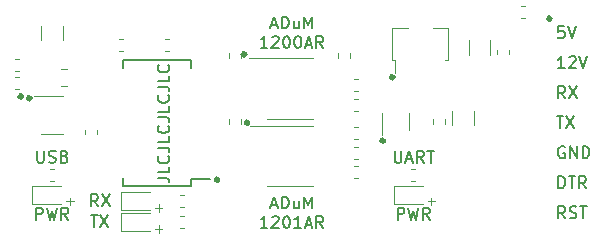
<source format=gbr>
G04 #@! TF.GenerationSoftware,KiCad,Pcbnew,(5.1.7)-1*
G04 #@! TF.CreationDate,2020-10-20T19:41:26+02:00*
G04 #@! TF.ProjectId,EQMOD_DIRECT_Isolated,45514d4f-445f-4444-9952-4543545f4973,rev?*
G04 #@! TF.SameCoordinates,Original*
G04 #@! TF.FileFunction,Legend,Top*
G04 #@! TF.FilePolarity,Positive*
%FSLAX46Y46*%
G04 Gerber Fmt 4.6, Leading zero omitted, Abs format (unit mm)*
G04 Created by KiCad (PCBNEW (5.1.7)-1) date 2020-10-20 19:41:26*
%MOMM*%
%LPD*%
G01*
G04 APERTURE LIST*
%ADD10C,0.150000*%
%ADD11C,0.100000*%
%ADD12C,0.400000*%
%ADD13C,0.120000*%
G04 APERTURE END LIST*
D10*
X122698095Y-107291666D02*
X123174285Y-107291666D01*
X122602857Y-107577380D02*
X122936190Y-106577380D01*
X123269523Y-107577380D01*
X123602857Y-107577380D02*
X123602857Y-106577380D01*
X123840952Y-106577380D01*
X123983809Y-106625000D01*
X124079047Y-106720238D01*
X124126666Y-106815476D01*
X124174285Y-107005952D01*
X124174285Y-107148809D01*
X124126666Y-107339285D01*
X124079047Y-107434523D01*
X123983809Y-107529761D01*
X123840952Y-107577380D01*
X123602857Y-107577380D01*
X125031428Y-106910714D02*
X125031428Y-107577380D01*
X124602857Y-106910714D02*
X124602857Y-107434523D01*
X124650476Y-107529761D01*
X124745714Y-107577380D01*
X124888571Y-107577380D01*
X124983809Y-107529761D01*
X125031428Y-107482142D01*
X125507619Y-107577380D02*
X125507619Y-106577380D01*
X125840952Y-107291666D01*
X126174285Y-106577380D01*
X126174285Y-107577380D01*
X122388571Y-109227380D02*
X121817142Y-109227380D01*
X122102857Y-109227380D02*
X122102857Y-108227380D01*
X122007619Y-108370238D01*
X121912380Y-108465476D01*
X121817142Y-108513095D01*
X122769523Y-108322619D02*
X122817142Y-108275000D01*
X122912380Y-108227380D01*
X123150476Y-108227380D01*
X123245714Y-108275000D01*
X123293333Y-108322619D01*
X123340952Y-108417857D01*
X123340952Y-108513095D01*
X123293333Y-108655952D01*
X122721904Y-109227380D01*
X123340952Y-109227380D01*
X123960000Y-108227380D02*
X124055238Y-108227380D01*
X124150476Y-108275000D01*
X124198095Y-108322619D01*
X124245714Y-108417857D01*
X124293333Y-108608333D01*
X124293333Y-108846428D01*
X124245714Y-109036904D01*
X124198095Y-109132142D01*
X124150476Y-109179761D01*
X124055238Y-109227380D01*
X123960000Y-109227380D01*
X123864761Y-109179761D01*
X123817142Y-109132142D01*
X123769523Y-109036904D01*
X123721904Y-108846428D01*
X123721904Y-108608333D01*
X123769523Y-108417857D01*
X123817142Y-108322619D01*
X123864761Y-108275000D01*
X123960000Y-108227380D01*
X125245714Y-109227380D02*
X124674285Y-109227380D01*
X124960000Y-109227380D02*
X124960000Y-108227380D01*
X124864761Y-108370238D01*
X124769523Y-108465476D01*
X124674285Y-108513095D01*
X125626666Y-108941666D02*
X126102857Y-108941666D01*
X125531428Y-109227380D02*
X125864761Y-108227380D01*
X126198095Y-109227380D01*
X127102857Y-109227380D02*
X126769523Y-108751190D01*
X126531428Y-109227380D02*
X126531428Y-108227380D01*
X126912380Y-108227380D01*
X127007619Y-108275000D01*
X127055238Y-108322619D01*
X127102857Y-108417857D01*
X127102857Y-108560714D01*
X127055238Y-108655952D01*
X127007619Y-108703571D01*
X126912380Y-108751190D01*
X126531428Y-108751190D01*
X122698095Y-92051666D02*
X123174285Y-92051666D01*
X122602857Y-92337380D02*
X122936190Y-91337380D01*
X123269523Y-92337380D01*
X123602857Y-92337380D02*
X123602857Y-91337380D01*
X123840952Y-91337380D01*
X123983809Y-91385000D01*
X124079047Y-91480238D01*
X124126666Y-91575476D01*
X124174285Y-91765952D01*
X124174285Y-91908809D01*
X124126666Y-92099285D01*
X124079047Y-92194523D01*
X123983809Y-92289761D01*
X123840952Y-92337380D01*
X123602857Y-92337380D01*
X125031428Y-91670714D02*
X125031428Y-92337380D01*
X124602857Y-91670714D02*
X124602857Y-92194523D01*
X124650476Y-92289761D01*
X124745714Y-92337380D01*
X124888571Y-92337380D01*
X124983809Y-92289761D01*
X125031428Y-92242142D01*
X125507619Y-92337380D02*
X125507619Y-91337380D01*
X125840952Y-92051666D01*
X126174285Y-91337380D01*
X126174285Y-92337380D01*
X122388571Y-93987380D02*
X121817142Y-93987380D01*
X122102857Y-93987380D02*
X122102857Y-92987380D01*
X122007619Y-93130238D01*
X121912380Y-93225476D01*
X121817142Y-93273095D01*
X122769523Y-93082619D02*
X122817142Y-93035000D01*
X122912380Y-92987380D01*
X123150476Y-92987380D01*
X123245714Y-93035000D01*
X123293333Y-93082619D01*
X123340952Y-93177857D01*
X123340952Y-93273095D01*
X123293333Y-93415952D01*
X122721904Y-93987380D01*
X123340952Y-93987380D01*
X123960000Y-92987380D02*
X124055238Y-92987380D01*
X124150476Y-93035000D01*
X124198095Y-93082619D01*
X124245714Y-93177857D01*
X124293333Y-93368333D01*
X124293333Y-93606428D01*
X124245714Y-93796904D01*
X124198095Y-93892142D01*
X124150476Y-93939761D01*
X124055238Y-93987380D01*
X123960000Y-93987380D01*
X123864761Y-93939761D01*
X123817142Y-93892142D01*
X123769523Y-93796904D01*
X123721904Y-93606428D01*
X123721904Y-93368333D01*
X123769523Y-93177857D01*
X123817142Y-93082619D01*
X123864761Y-93035000D01*
X123960000Y-92987380D01*
X124912380Y-92987380D02*
X125007619Y-92987380D01*
X125102857Y-93035000D01*
X125150476Y-93082619D01*
X125198095Y-93177857D01*
X125245714Y-93368333D01*
X125245714Y-93606428D01*
X125198095Y-93796904D01*
X125150476Y-93892142D01*
X125102857Y-93939761D01*
X125007619Y-93987380D01*
X124912380Y-93987380D01*
X124817142Y-93939761D01*
X124769523Y-93892142D01*
X124721904Y-93796904D01*
X124674285Y-93606428D01*
X124674285Y-93368333D01*
X124721904Y-93177857D01*
X124769523Y-93082619D01*
X124817142Y-93035000D01*
X124912380Y-92987380D01*
X125626666Y-93701666D02*
X126102857Y-93701666D01*
X125531428Y-93987380D02*
X125864761Y-92987380D01*
X126198095Y-93987380D01*
X127102857Y-93987380D02*
X126769523Y-93511190D01*
X126531428Y-93987380D02*
X126531428Y-92987380D01*
X126912380Y-92987380D01*
X127007619Y-93035000D01*
X127055238Y-93082619D01*
X127102857Y-93177857D01*
X127102857Y-93320714D01*
X127055238Y-93415952D01*
X127007619Y-93463571D01*
X126912380Y-93511190D01*
X126531428Y-93511190D01*
X102806666Y-108529380D02*
X102806666Y-107529380D01*
X103187619Y-107529380D01*
X103282857Y-107577000D01*
X103330476Y-107624619D01*
X103378095Y-107719857D01*
X103378095Y-107862714D01*
X103330476Y-107957952D01*
X103282857Y-108005571D01*
X103187619Y-108053190D01*
X102806666Y-108053190D01*
X103711428Y-107529380D02*
X103949523Y-108529380D01*
X104140000Y-107815095D01*
X104330476Y-108529380D01*
X104568571Y-107529380D01*
X105520952Y-108529380D02*
X105187619Y-108053190D01*
X104949523Y-108529380D02*
X104949523Y-107529380D01*
X105330476Y-107529380D01*
X105425714Y-107577000D01*
X105473333Y-107624619D01*
X105520952Y-107719857D01*
X105520952Y-107862714D01*
X105473333Y-107957952D01*
X105425714Y-108005571D01*
X105330476Y-108053190D01*
X104949523Y-108053190D01*
D11*
X135966238Y-106991142D02*
X136575761Y-106991142D01*
X136271000Y-107295904D02*
X136271000Y-106686380D01*
X112877638Y-107549942D02*
X113487161Y-107549942D01*
X113182400Y-107854704D02*
X113182400Y-107245180D01*
X112877638Y-109327942D02*
X113487161Y-109327942D01*
X113182400Y-109632704D02*
X113182400Y-109023180D01*
X105359238Y-106991142D02*
X105968761Y-106991142D01*
X105664000Y-107295904D02*
X105664000Y-106686380D01*
D12*
X146342100Y-91503500D02*
G75*
G03*
X146342100Y-91503500I-101600J0D01*
G01*
X132232400Y-101854000D02*
G75*
G03*
X132232400Y-101854000I-101600J0D01*
G01*
X120751600Y-100330000D02*
G75*
G03*
X120751600Y-100330000I-101600J0D01*
G01*
X133045200Y-96469200D02*
G75*
G03*
X133045200Y-96469200I-101600J0D01*
G01*
X120497600Y-94538800D02*
G75*
G03*
X120497600Y-94538800I-101600J0D01*
G01*
X102311200Y-98247200D02*
G75*
G03*
X102311200Y-98247200I-101600J0D01*
G01*
X101600000Y-98094800D02*
G75*
G03*
X101600000Y-98094800I-101600J0D01*
G01*
X118211600Y-105156000D02*
G75*
G03*
X118211600Y-105156000I-101600J0D01*
G01*
D10*
X147592023Y-108402380D02*
X147258690Y-107926190D01*
X147020595Y-108402380D02*
X147020595Y-107402380D01*
X147401547Y-107402380D01*
X147496785Y-107450000D01*
X147544404Y-107497619D01*
X147592023Y-107592857D01*
X147592023Y-107735714D01*
X147544404Y-107830952D01*
X147496785Y-107878571D01*
X147401547Y-107926190D01*
X147020595Y-107926190D01*
X147972976Y-108354761D02*
X148115833Y-108402380D01*
X148353928Y-108402380D01*
X148449166Y-108354761D01*
X148496785Y-108307142D01*
X148544404Y-108211904D01*
X148544404Y-108116666D01*
X148496785Y-108021428D01*
X148449166Y-107973809D01*
X148353928Y-107926190D01*
X148163452Y-107878571D01*
X148068214Y-107830952D01*
X148020595Y-107783333D01*
X147972976Y-107688095D01*
X147972976Y-107592857D01*
X148020595Y-107497619D01*
X148068214Y-107450000D01*
X148163452Y-107402380D01*
X148401547Y-107402380D01*
X148544404Y-107450000D01*
X148830119Y-107402380D02*
X149401547Y-107402380D01*
X149115833Y-108402380D02*
X149115833Y-107402380D01*
X147020595Y-105862380D02*
X147020595Y-104862380D01*
X147258690Y-104862380D01*
X147401547Y-104910000D01*
X147496785Y-105005238D01*
X147544404Y-105100476D01*
X147592023Y-105290952D01*
X147592023Y-105433809D01*
X147544404Y-105624285D01*
X147496785Y-105719523D01*
X147401547Y-105814761D01*
X147258690Y-105862380D01*
X147020595Y-105862380D01*
X147877738Y-104862380D02*
X148449166Y-104862380D01*
X148163452Y-105862380D02*
X148163452Y-104862380D01*
X149353928Y-105862380D02*
X149020595Y-105386190D01*
X148782500Y-105862380D02*
X148782500Y-104862380D01*
X149163452Y-104862380D01*
X149258690Y-104910000D01*
X149306309Y-104957619D01*
X149353928Y-105052857D01*
X149353928Y-105195714D01*
X149306309Y-105290952D01*
X149258690Y-105338571D01*
X149163452Y-105386190D01*
X148782500Y-105386190D01*
X147544404Y-102370000D02*
X147449166Y-102322380D01*
X147306309Y-102322380D01*
X147163452Y-102370000D01*
X147068214Y-102465238D01*
X147020595Y-102560476D01*
X146972976Y-102750952D01*
X146972976Y-102893809D01*
X147020595Y-103084285D01*
X147068214Y-103179523D01*
X147163452Y-103274761D01*
X147306309Y-103322380D01*
X147401547Y-103322380D01*
X147544404Y-103274761D01*
X147592023Y-103227142D01*
X147592023Y-102893809D01*
X147401547Y-102893809D01*
X148020595Y-103322380D02*
X148020595Y-102322380D01*
X148592023Y-103322380D01*
X148592023Y-102322380D01*
X149068214Y-103322380D02*
X149068214Y-102322380D01*
X149306309Y-102322380D01*
X149449166Y-102370000D01*
X149544404Y-102465238D01*
X149592023Y-102560476D01*
X149639642Y-102750952D01*
X149639642Y-102893809D01*
X149592023Y-103084285D01*
X149544404Y-103179523D01*
X149449166Y-103274761D01*
X149306309Y-103322380D01*
X149068214Y-103322380D01*
X146877738Y-99782380D02*
X147449166Y-99782380D01*
X147163452Y-100782380D02*
X147163452Y-99782380D01*
X147687261Y-99782380D02*
X148353928Y-100782380D01*
X148353928Y-99782380D02*
X147687261Y-100782380D01*
X147592023Y-98242380D02*
X147258690Y-97766190D01*
X147020595Y-98242380D02*
X147020595Y-97242380D01*
X147401547Y-97242380D01*
X147496785Y-97290000D01*
X147544404Y-97337619D01*
X147592023Y-97432857D01*
X147592023Y-97575714D01*
X147544404Y-97670952D01*
X147496785Y-97718571D01*
X147401547Y-97766190D01*
X147020595Y-97766190D01*
X147925357Y-97242380D02*
X148592023Y-98242380D01*
X148592023Y-97242380D02*
X147925357Y-98242380D01*
X147544404Y-95702380D02*
X146972976Y-95702380D01*
X147258690Y-95702380D02*
X147258690Y-94702380D01*
X147163452Y-94845238D01*
X147068214Y-94940476D01*
X146972976Y-94988095D01*
X147925357Y-94797619D02*
X147972976Y-94750000D01*
X148068214Y-94702380D01*
X148306309Y-94702380D01*
X148401547Y-94750000D01*
X148449166Y-94797619D01*
X148496785Y-94892857D01*
X148496785Y-94988095D01*
X148449166Y-95130952D01*
X147877738Y-95702380D01*
X148496785Y-95702380D01*
X148782500Y-94702380D02*
X149115833Y-95702380D01*
X149449166Y-94702380D01*
X147496785Y-92162380D02*
X147020595Y-92162380D01*
X146972976Y-92638571D01*
X147020595Y-92590952D01*
X147115833Y-92543333D01*
X147353928Y-92543333D01*
X147449166Y-92590952D01*
X147496785Y-92638571D01*
X147544404Y-92733809D01*
X147544404Y-92971904D01*
X147496785Y-93067142D01*
X147449166Y-93114761D01*
X147353928Y-93162380D01*
X147115833Y-93162380D01*
X147020595Y-93114761D01*
X146972976Y-93067142D01*
X147830119Y-92162380D02*
X148163452Y-93162380D01*
X148496785Y-92162380D01*
X133413666Y-108529380D02*
X133413666Y-107529380D01*
X133794619Y-107529380D01*
X133889857Y-107577000D01*
X133937476Y-107624619D01*
X133985095Y-107719857D01*
X133985095Y-107862714D01*
X133937476Y-107957952D01*
X133889857Y-108005571D01*
X133794619Y-108053190D01*
X133413666Y-108053190D01*
X134318428Y-107529380D02*
X134556523Y-108529380D01*
X134747000Y-107815095D01*
X134937476Y-108529380D01*
X135175571Y-107529380D01*
X136127952Y-108529380D02*
X135794619Y-108053190D01*
X135556523Y-108529380D02*
X135556523Y-107529380D01*
X135937476Y-107529380D01*
X136032714Y-107577000D01*
X136080333Y-107624619D01*
X136127952Y-107719857D01*
X136127952Y-107862714D01*
X136080333Y-107957952D01*
X136032714Y-108005571D01*
X135937476Y-108053190D01*
X135556523Y-108053190D01*
X133151761Y-102703380D02*
X133151761Y-103512904D01*
X133199380Y-103608142D01*
X133247000Y-103655761D01*
X133342238Y-103703380D01*
X133532714Y-103703380D01*
X133627952Y-103655761D01*
X133675571Y-103608142D01*
X133723190Y-103512904D01*
X133723190Y-102703380D01*
X134151761Y-103417666D02*
X134627952Y-103417666D01*
X134056523Y-103703380D02*
X134389857Y-102703380D01*
X134723190Y-103703380D01*
X135627952Y-103703380D02*
X135294619Y-103227190D01*
X135056523Y-103703380D02*
X135056523Y-102703380D01*
X135437476Y-102703380D01*
X135532714Y-102751000D01*
X135580333Y-102798619D01*
X135627952Y-102893857D01*
X135627952Y-103036714D01*
X135580333Y-103131952D01*
X135532714Y-103179571D01*
X135437476Y-103227190D01*
X135056523Y-103227190D01*
X135913666Y-102703380D02*
X136485095Y-102703380D01*
X136199380Y-103703380D02*
X136199380Y-102703380D01*
X102878095Y-102703380D02*
X102878095Y-103512904D01*
X102925714Y-103608142D01*
X102973333Y-103655761D01*
X103068571Y-103703380D01*
X103259047Y-103703380D01*
X103354285Y-103655761D01*
X103401904Y-103608142D01*
X103449523Y-103512904D01*
X103449523Y-102703380D01*
X103878095Y-103655761D02*
X104020952Y-103703380D01*
X104259047Y-103703380D01*
X104354285Y-103655761D01*
X104401904Y-103608142D01*
X104449523Y-103512904D01*
X104449523Y-103417666D01*
X104401904Y-103322428D01*
X104354285Y-103274809D01*
X104259047Y-103227190D01*
X104068571Y-103179571D01*
X103973333Y-103131952D01*
X103925714Y-103084333D01*
X103878095Y-102989095D01*
X103878095Y-102893857D01*
X103925714Y-102798619D01*
X103973333Y-102751000D01*
X104068571Y-102703380D01*
X104306666Y-102703380D01*
X104449523Y-102751000D01*
X105211428Y-103179571D02*
X105354285Y-103227190D01*
X105401904Y-103274809D01*
X105449523Y-103370047D01*
X105449523Y-103512904D01*
X105401904Y-103608142D01*
X105354285Y-103655761D01*
X105259047Y-103703380D01*
X104878095Y-103703380D01*
X104878095Y-102703380D01*
X105211428Y-102703380D01*
X105306666Y-102751000D01*
X105354285Y-102798619D01*
X105401904Y-102893857D01*
X105401904Y-102989095D01*
X105354285Y-103084333D01*
X105306666Y-103131952D01*
X105211428Y-103179571D01*
X104878095Y-103179571D01*
X108037333Y-107386380D02*
X107704000Y-106910190D01*
X107465904Y-107386380D02*
X107465904Y-106386380D01*
X107846857Y-106386380D01*
X107942095Y-106434000D01*
X107989714Y-106481619D01*
X108037333Y-106576857D01*
X108037333Y-106719714D01*
X107989714Y-106814952D01*
X107942095Y-106862571D01*
X107846857Y-106910190D01*
X107465904Y-106910190D01*
X108370666Y-106386380D02*
X109037333Y-107386380D01*
X109037333Y-106386380D02*
X108370666Y-107386380D01*
X107442095Y-108164380D02*
X108013523Y-108164380D01*
X107727809Y-109164380D02*
X107727809Y-108164380D01*
X108251619Y-108164380D02*
X108918285Y-109164380D01*
X108918285Y-108164380D02*
X108251619Y-109164380D01*
X113091980Y-104999847D02*
X113806266Y-104999847D01*
X113949123Y-105047466D01*
X114044361Y-105142704D01*
X114091980Y-105285561D01*
X114091980Y-105380800D01*
X114091980Y-104047466D02*
X114091980Y-104523657D01*
X113091980Y-104523657D01*
X113996742Y-103142704D02*
X114044361Y-103190323D01*
X114091980Y-103333180D01*
X114091980Y-103428419D01*
X114044361Y-103571276D01*
X113949123Y-103666514D01*
X113853885Y-103714133D01*
X113663409Y-103761752D01*
X113520552Y-103761752D01*
X113330076Y-103714133D01*
X113234838Y-103666514D01*
X113139600Y-103571276D01*
X113091980Y-103428419D01*
X113091980Y-103333180D01*
X113139600Y-103190323D01*
X113187219Y-103142704D01*
X113091980Y-102428419D02*
X113806266Y-102428419D01*
X113949123Y-102476038D01*
X114044361Y-102571276D01*
X114091980Y-102714133D01*
X114091980Y-102809371D01*
X114091980Y-101476038D02*
X114091980Y-101952228D01*
X113091980Y-101952228D01*
X113996742Y-100571276D02*
X114044361Y-100618895D01*
X114091980Y-100761752D01*
X114091980Y-100856990D01*
X114044361Y-100999847D01*
X113949123Y-101095085D01*
X113853885Y-101142704D01*
X113663409Y-101190323D01*
X113520552Y-101190323D01*
X113330076Y-101142704D01*
X113234838Y-101095085D01*
X113139600Y-100999847D01*
X113091980Y-100856990D01*
X113091980Y-100761752D01*
X113139600Y-100618895D01*
X113187219Y-100571276D01*
X113091980Y-99856990D02*
X113806266Y-99856990D01*
X113949123Y-99904609D01*
X114044361Y-99999847D01*
X114091980Y-100142704D01*
X114091980Y-100237942D01*
X114091980Y-98904609D02*
X114091980Y-99380800D01*
X113091980Y-99380800D01*
X113996742Y-97999847D02*
X114044361Y-98047466D01*
X114091980Y-98190323D01*
X114091980Y-98285561D01*
X114044361Y-98428419D01*
X113949123Y-98523657D01*
X113853885Y-98571276D01*
X113663409Y-98618895D01*
X113520552Y-98618895D01*
X113330076Y-98571276D01*
X113234838Y-98523657D01*
X113139600Y-98428419D01*
X113091980Y-98285561D01*
X113091980Y-98190323D01*
X113139600Y-98047466D01*
X113187219Y-97999847D01*
X113091980Y-97285561D02*
X113806266Y-97285561D01*
X113949123Y-97333180D01*
X114044361Y-97428419D01*
X114091980Y-97571276D01*
X114091980Y-97666514D01*
X114091980Y-96333180D02*
X114091980Y-96809371D01*
X113091980Y-96809371D01*
X113996742Y-95428419D02*
X114044361Y-95476038D01*
X114091980Y-95618895D01*
X114091980Y-95714133D01*
X114044361Y-95856990D01*
X113949123Y-95952228D01*
X113853885Y-95999847D01*
X113663409Y-96047466D01*
X113520552Y-96047466D01*
X113330076Y-95999847D01*
X113234838Y-95952228D01*
X113139600Y-95856990D01*
X113091980Y-95714133D01*
X113091980Y-95618895D01*
X113139600Y-95476038D01*
X113187219Y-95428419D01*
D13*
X143832733Y-91442000D02*
X144175267Y-91442000D01*
X143832733Y-90422000D02*
X144175267Y-90422000D01*
X141857000Y-94175733D02*
X141857000Y-94518267D01*
X142877000Y-94175733D02*
X142877000Y-94518267D01*
X137678500Y-95001500D02*
X137448500Y-95001500D01*
X132958500Y-95001500D02*
X133188500Y-95001500D01*
X132958500Y-95001500D02*
X132958500Y-92281500D01*
X132958500Y-92281500D02*
X134268500Y-92281500D01*
X133188500Y-96141500D02*
X133188500Y-95001500D01*
X137678500Y-92281500D02*
X137678500Y-95001500D01*
X136368500Y-92281500D02*
X137678500Y-92281500D01*
D10*
X115905000Y-105080000D02*
X117505000Y-105080000D01*
X115905000Y-95005000D02*
X110155000Y-95005000D01*
X115905000Y-105655000D02*
X110155000Y-105655000D01*
X115905000Y-95005000D02*
X115905000Y-95655000D01*
X110155000Y-95005000D02*
X110155000Y-95655000D01*
X110155000Y-105655000D02*
X110155000Y-105005000D01*
X115905000Y-105655000D02*
X115905000Y-105080000D01*
D13*
X101364867Y-94943200D02*
X101022333Y-94943200D01*
X101364867Y-95963200D02*
X101022333Y-95963200D01*
X104940000Y-105691000D02*
X102480000Y-105691000D01*
X102480000Y-105691000D02*
X102480000Y-107161000D01*
X102480000Y-107161000D02*
X104940000Y-107161000D01*
X104311267Y-104265000D02*
X103968733Y-104265000D01*
X104311267Y-105285000D02*
X103968733Y-105285000D01*
X105050000Y-93312064D02*
X105050000Y-92107936D01*
X103230000Y-93312064D02*
X103230000Y-92107936D01*
X110153267Y-94236000D02*
X109810733Y-94236000D01*
X110153267Y-93216000D02*
X109810733Y-93216000D01*
X106932000Y-100920733D02*
X106932000Y-101263267D01*
X107952000Y-100920733D02*
X107952000Y-101263267D01*
X137416000Y-100045733D02*
X137416000Y-100388267D01*
X136396000Y-100045733D02*
X136396000Y-100388267D01*
X133087000Y-107161000D02*
X135547000Y-107161000D01*
X133087000Y-105691000D02*
X133087000Y-107161000D01*
X135547000Y-105691000D02*
X133087000Y-105691000D01*
X112433000Y-107977000D02*
X109973000Y-107977000D01*
X109973000Y-107977000D02*
X109973000Y-109447000D01*
X109973000Y-109447000D02*
X112433000Y-109447000D01*
X109973000Y-107669000D02*
X112433000Y-107669000D01*
X109973000Y-106199000D02*
X109973000Y-107669000D01*
X112433000Y-106199000D02*
X109973000Y-106199000D01*
X101022333Y-96467200D02*
X101364867Y-96467200D01*
X101022333Y-97487200D02*
X101364867Y-97487200D01*
X105417252Y-95810000D02*
X104894748Y-95810000D01*
X105417252Y-97230000D02*
X104894748Y-97230000D01*
X134918267Y-105285000D02*
X134575733Y-105285000D01*
X134918267Y-104265000D02*
X134575733Y-104265000D01*
X115346267Y-109222000D02*
X115003733Y-109222000D01*
X115346267Y-108202000D02*
X115003733Y-108202000D01*
X115346267Y-106424000D02*
X115003733Y-106424000D01*
X115346267Y-107444000D02*
X115003733Y-107444000D01*
X130078267Y-104011000D02*
X129735733Y-104011000D01*
X130078267Y-105031000D02*
X129735733Y-105031000D01*
X130078267Y-103380000D02*
X129735733Y-103380000D01*
X130078267Y-102360000D02*
X129735733Y-102360000D01*
X105040000Y-98085000D02*
X102590000Y-98085000D01*
X103240000Y-101305000D02*
X105040000Y-101305000D01*
X124333000Y-100564000D02*
X120883000Y-100564000D01*
X124333000Y-100564000D02*
X126283000Y-100564000D01*
X124333000Y-105684000D02*
X122383000Y-105684000D01*
X124333000Y-105684000D02*
X126283000Y-105684000D01*
X138028000Y-99346936D02*
X138028000Y-100551064D01*
X139848000Y-99346936D02*
X139848000Y-100551064D01*
X130078267Y-100709000D02*
X129735733Y-100709000D01*
X130078267Y-101729000D02*
X129735733Y-101729000D01*
X141245000Y-93341436D02*
X141245000Y-94545564D01*
X139425000Y-93341436D02*
X139425000Y-94545564D01*
X129415000Y-94457733D02*
X129415000Y-94800267D01*
X128395000Y-94457733D02*
X128395000Y-94800267D01*
X113747733Y-93216000D02*
X114090267Y-93216000D01*
X113747733Y-94236000D02*
X114090267Y-94236000D01*
X130078267Y-98296000D02*
X129735733Y-98296000D01*
X130078267Y-99316000D02*
X129735733Y-99316000D01*
X130078267Y-97665000D02*
X129735733Y-97665000D01*
X130078267Y-96645000D02*
X129735733Y-96645000D01*
X124307600Y-99969000D02*
X126257600Y-99969000D01*
X124307600Y-99969000D02*
X122357600Y-99969000D01*
X124307600Y-94849000D02*
X126257600Y-94849000D01*
X124307600Y-94849000D02*
X120857600Y-94849000D01*
X132063000Y-99503000D02*
X132063000Y-101403000D01*
X134383000Y-100903000D02*
X134383000Y-99503000D01*
X119124000Y-100388267D02*
X119124000Y-100045733D01*
X120144000Y-100388267D02*
X120144000Y-100045733D01*
X119124000Y-94457733D02*
X119124000Y-94800267D01*
X120144000Y-94457733D02*
X120144000Y-94800267D01*
M02*

</source>
